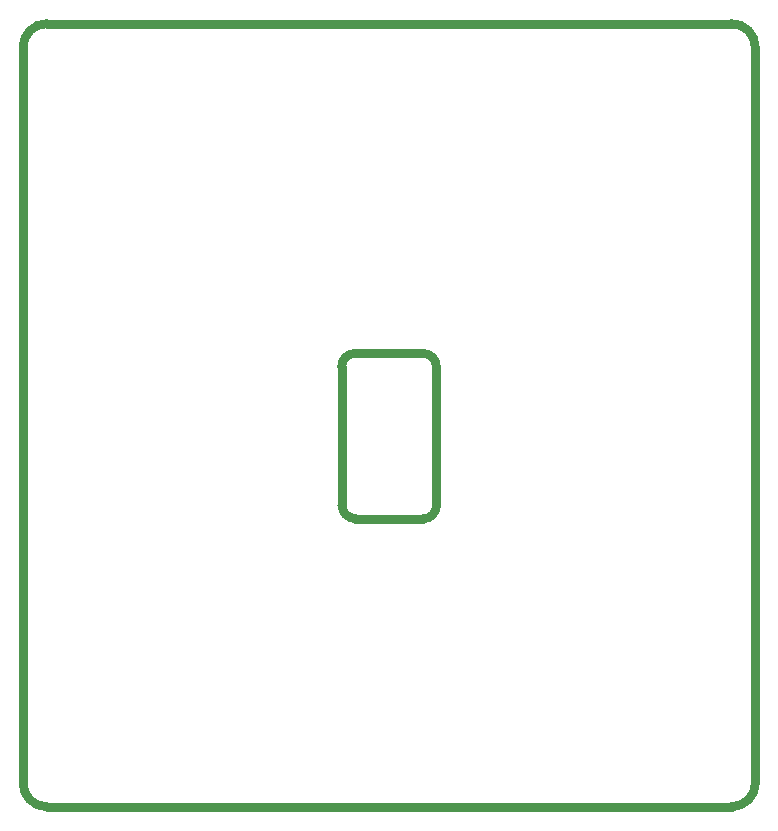
<source format=gm1>
%FSLAX24Y24*%
%MOIN*%
G70*
G01*
G75*
G04 Layer_Color=16711935*
%ADD10C,0.0400*%
%ADD11C,0.0080*%
%ADD12C,0.0070*%
%ADD13C,0.0120*%
%ADD14C,0.0200*%
%ADD15C,0.0120*%
%ADD16P,0.0566X4X202.5*%
%ADD17C,0.0400*%
%ADD18C,0.0354*%
%ADD19C,0.0394*%
%ADD20C,0.0700*%
%ADD21C,0.0551*%
%ADD22R,0.0700X0.0700*%
%ADD23C,0.0660*%
%ADD24C,0.0709*%
%ADD25C,0.1693*%
%ADD26C,0.0472*%
%ADD27C,0.0481*%
%ADD28C,0.0200*%
%ADD29C,0.0180*%
%ADD30C,0.0120*%
%ADD31C,0.0450*%
%ADD32C,0.0554*%
%ADD33C,0.0594*%
%ADD34C,0.0987*%
%ADD35C,0.0535*%
G04:AMPARAMS|DCode=36|XSize=100mil|YSize=100mil|CornerRadius=0mil|HoleSize=0mil|Usage=FLASHONLY|Rotation=0.000|XOffset=0mil|YOffset=0mil|HoleType=Round|Shape=Relief|Width=10mil|Gap=10mil|Entries=4|*
%AMTHD36*
7,0,0,0.1000,0.0800,0.0100,45*
%
%ADD36THD36*%
%ADD37C,0.0600*%
%ADD38C,0.0909*%
%ADD39C,0.1893*%
%ADD40C,0.0692*%
%ADD41C,0.0300*%
%ADD42C,0.0100*%
%ADD43C,0.0160*%
%ADD44C,0.0300*%
%ADD45R,0.0098X0.0354*%
%ADD46R,0.0500X0.0500*%
%ADD47R,0.0480X0.0780*%
%ADD48R,0.0780X0.0480*%
%ADD49R,0.0500X0.0500*%
%ADD50R,0.0236X0.0512*%
G04:AMPARAMS|DCode=51|XSize=59.1mil|YSize=118.1mil|CornerRadius=0mil|HoleSize=0mil|Usage=FLASHONLY|Rotation=225.000|XOffset=0mil|YOffset=0mil|HoleType=Round|Shape=Rectangle|*
%AMROTATEDRECTD51*
4,1,4,-0.0209,0.0626,0.0626,-0.0209,0.0209,-0.0626,-0.0626,0.0209,-0.0209,0.0626,0.0*
%
%ADD51ROTATEDRECTD51*%

G04:AMPARAMS|DCode=52|XSize=59.1mil|YSize=118.1mil|CornerRadius=0mil|HoleSize=0mil|Usage=FLASHONLY|Rotation=135.000|XOffset=0mil|YOffset=0mil|HoleType=Round|Shape=Rectangle|*
%AMROTATEDRECTD52*
4,1,4,0.0626,0.0209,-0.0209,-0.0626,-0.0626,-0.0209,0.0209,0.0626,0.0626,0.0209,0.0*
%
%ADD52ROTATEDRECTD52*%

%ADD53C,0.0320*%
D44*
X23622Y0D02*
G03*
X24409Y787I0J787D01*
G01*
X-0Y787D02*
G03*
X787Y-0I787J0D01*
G01*
X24409Y25315D02*
G03*
X23622Y26102I-787J0D01*
G01*
X787D02*
G03*
X0Y25315I0J-787D01*
G01*
X13780Y14665D02*
G03*
X13337Y15108I-443J0D01*
G01*
X11063Y15108D02*
G03*
X10620Y14665I0J-443D01*
G01*
X10630Y10049D02*
G03*
X11073Y9606I443J0D01*
G01*
X13337Y9596D02*
G03*
X13780Y10039I0J443D01*
G01*
X0Y787D02*
Y25315D01*
X24409Y787D02*
Y25315D01*
X787Y0D02*
X23622D01*
X787Y26102D02*
X23622D01*
X13780Y10039D02*
Y14665D01*
X11073Y9596D02*
X13337D01*
X10630Y10049D02*
Y14665D01*
X11063Y15108D02*
X13337D01*
M02*

</source>
